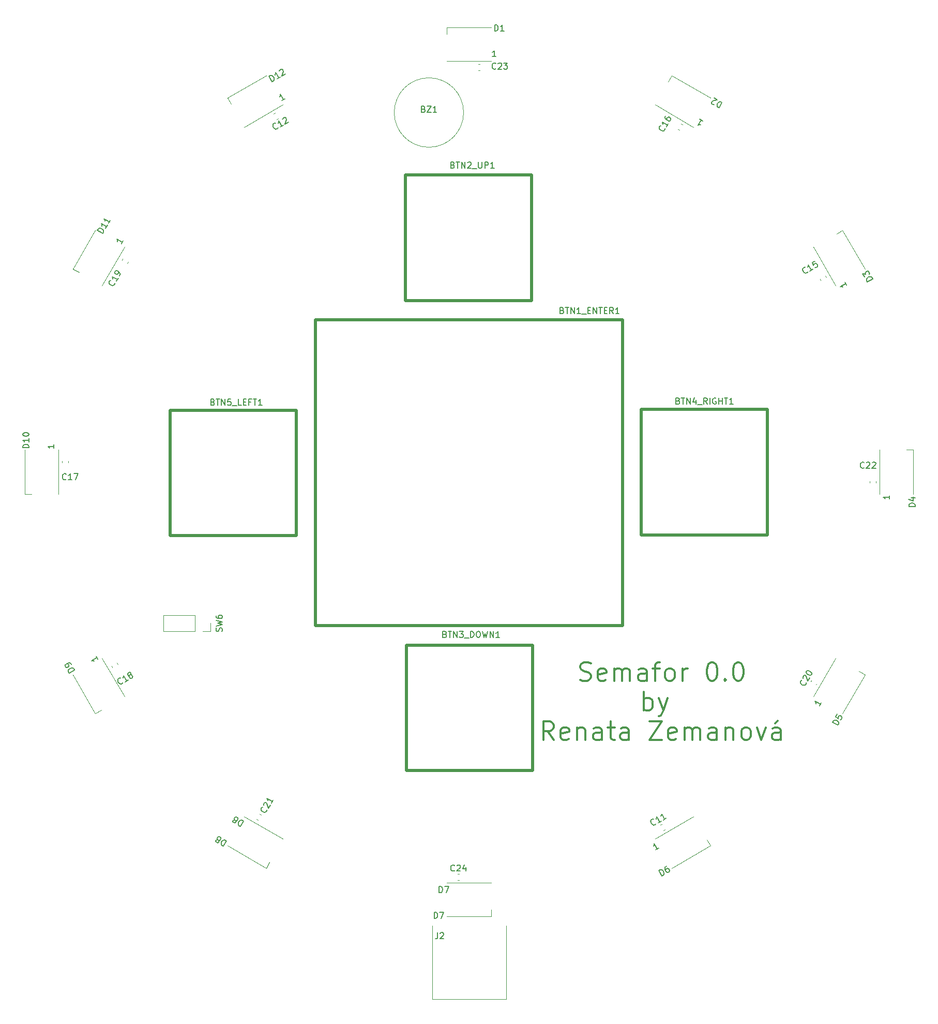
<source format=gto>
G04 #@! TF.GenerationSoftware,KiCad,Pcbnew,6.0.11-2627ca5db0~126~ubuntu20.04.1*
G04 #@! TF.CreationDate,2023-02-06T20:23:24+01:00*
G04 #@! TF.ProjectId,Semafor,53656d61-666f-4722-9e6b-696361645f70,rev?*
G04 #@! TF.SameCoordinates,Original*
G04 #@! TF.FileFunction,Legend,Top*
G04 #@! TF.FilePolarity,Positive*
%FSLAX46Y46*%
G04 Gerber Fmt 4.6, Leading zero omitted, Abs format (unit mm)*
G04 Created by KiCad (PCBNEW 6.0.11-2627ca5db0~126~ubuntu20.04.1) date 2023-02-06 20:23:24*
%MOMM*%
%LPD*%
G01*
G04 APERTURE LIST*
%ADD10C,0.500000*%
%ADD11C,0.300000*%
%ADD12C,0.150000*%
%ADD13C,0.120000*%
%ADD14C,0.050000*%
G04 APERTURE END LIST*
D10*
X-110300000Y71750000D02*
X-89600000Y71750000D01*
X-89600000Y71750000D02*
X-89600000Y51200000D01*
X-89600000Y51200000D02*
X-110300000Y51200000D01*
X-110300000Y51200000D02*
X-110300000Y71750000D01*
X-110450000Y148700000D02*
X-89750000Y148700000D01*
X-89750000Y148700000D02*
X-89750000Y128150000D01*
X-89750000Y128150000D02*
X-110450000Y128150000D01*
X-110450000Y128150000D02*
X-110450000Y148700000D01*
X-71850000Y110300000D02*
X-51150000Y110300000D01*
X-51150000Y110300000D02*
X-51150000Y89750000D01*
X-51150000Y89750000D02*
X-71850000Y89750000D01*
X-71850000Y89750000D02*
X-71850000Y110300000D01*
X-125212500Y125000000D02*
X-74912500Y125000000D01*
X-74912500Y125000000D02*
X-74912500Y74925000D01*
X-74912500Y74925000D02*
X-125212500Y74925000D01*
X-125212500Y74925000D02*
X-125212500Y125000000D01*
X-149000000Y110200000D02*
X-128300000Y110200000D01*
X-128300000Y110200000D02*
X-128300000Y89650000D01*
X-128300000Y89650000D02*
X-149000000Y89650000D01*
X-149000000Y89650000D02*
X-149000000Y110200000D01*
D11*
X-81807142Y66065714D02*
X-81378571Y65922857D01*
X-80664285Y65922857D01*
X-80378571Y66065714D01*
X-80235714Y66208571D01*
X-80092857Y66494285D01*
X-80092857Y66780000D01*
X-80235714Y67065714D01*
X-80378571Y67208571D01*
X-80664285Y67351428D01*
X-81235714Y67494285D01*
X-81521428Y67637142D01*
X-81664285Y67780000D01*
X-81807142Y68065714D01*
X-81807142Y68351428D01*
X-81664285Y68637142D01*
X-81521428Y68780000D01*
X-81235714Y68922857D01*
X-80521428Y68922857D01*
X-80092857Y68780000D01*
X-77664285Y66065714D02*
X-77950000Y65922857D01*
X-78521428Y65922857D01*
X-78807142Y66065714D01*
X-78950000Y66351428D01*
X-78950000Y67494285D01*
X-78807142Y67780000D01*
X-78521428Y67922857D01*
X-77950000Y67922857D01*
X-77664285Y67780000D01*
X-77521428Y67494285D01*
X-77521428Y67208571D01*
X-78950000Y66922857D01*
X-76235714Y65922857D02*
X-76235714Y67922857D01*
X-76235714Y67637142D02*
X-76092857Y67780000D01*
X-75807142Y67922857D01*
X-75378571Y67922857D01*
X-75092857Y67780000D01*
X-74950000Y67494285D01*
X-74950000Y65922857D01*
X-74950000Y67494285D02*
X-74807142Y67780000D01*
X-74521428Y67922857D01*
X-74092857Y67922857D01*
X-73807142Y67780000D01*
X-73664285Y67494285D01*
X-73664285Y65922857D01*
X-70950000Y65922857D02*
X-70950000Y67494285D01*
X-71092857Y67780000D01*
X-71378571Y67922857D01*
X-71950000Y67922857D01*
X-72235714Y67780000D01*
X-70950000Y66065714D02*
X-71235714Y65922857D01*
X-71950000Y65922857D01*
X-72235714Y66065714D01*
X-72378571Y66351428D01*
X-72378571Y66637142D01*
X-72235714Y66922857D01*
X-71950000Y67065714D01*
X-71235714Y67065714D01*
X-70950000Y67208571D01*
X-69950000Y67922857D02*
X-68807142Y67922857D01*
X-69521428Y65922857D02*
X-69521428Y68494285D01*
X-69378571Y68780000D01*
X-69092857Y68922857D01*
X-68807142Y68922857D01*
X-67378571Y65922857D02*
X-67664285Y66065714D01*
X-67807142Y66208571D01*
X-67950000Y66494285D01*
X-67950000Y67351428D01*
X-67807142Y67637142D01*
X-67664285Y67780000D01*
X-67378571Y67922857D01*
X-66950000Y67922857D01*
X-66664285Y67780000D01*
X-66521428Y67637142D01*
X-66378571Y67351428D01*
X-66378571Y66494285D01*
X-66521428Y66208571D01*
X-66664285Y66065714D01*
X-66950000Y65922857D01*
X-67378571Y65922857D01*
X-65092857Y65922857D02*
X-65092857Y67922857D01*
X-65092857Y67351428D02*
X-64950000Y67637142D01*
X-64807142Y67780000D01*
X-64521428Y67922857D01*
X-64235714Y67922857D01*
X-60378571Y68922857D02*
X-60092857Y68922857D01*
X-59807142Y68780000D01*
X-59664285Y68637142D01*
X-59521428Y68351428D01*
X-59378571Y67780000D01*
X-59378571Y67065714D01*
X-59521428Y66494285D01*
X-59664285Y66208571D01*
X-59807142Y66065714D01*
X-60092857Y65922857D01*
X-60378571Y65922857D01*
X-60664285Y66065714D01*
X-60807142Y66208571D01*
X-60950000Y66494285D01*
X-61092857Y67065714D01*
X-61092857Y67780000D01*
X-60950000Y68351428D01*
X-60807142Y68637142D01*
X-60664285Y68780000D01*
X-60378571Y68922857D01*
X-58092857Y66208571D02*
X-57950000Y66065714D01*
X-58092857Y65922857D01*
X-58235714Y66065714D01*
X-58092857Y66208571D01*
X-58092857Y65922857D01*
X-56092857Y68922857D02*
X-55807142Y68922857D01*
X-55521428Y68780000D01*
X-55378571Y68637142D01*
X-55235714Y68351428D01*
X-55092857Y67780000D01*
X-55092857Y67065714D01*
X-55235714Y66494285D01*
X-55378571Y66208571D01*
X-55521428Y66065714D01*
X-55807142Y65922857D01*
X-56092857Y65922857D01*
X-56378571Y66065714D01*
X-56521428Y66208571D01*
X-56664285Y66494285D01*
X-56807142Y67065714D01*
X-56807142Y67780000D01*
X-56664285Y68351428D01*
X-56521428Y68637142D01*
X-56378571Y68780000D01*
X-56092857Y68922857D01*
X-71378571Y61092857D02*
X-71378571Y64092857D01*
X-71378571Y62950000D02*
X-71092857Y63092857D01*
X-70521428Y63092857D01*
X-70235714Y62950000D01*
X-70092857Y62807142D01*
X-69950000Y62521428D01*
X-69950000Y61664285D01*
X-70092857Y61378571D01*
X-70235714Y61235714D01*
X-70521428Y61092857D01*
X-71092857Y61092857D01*
X-71378571Y61235714D01*
X-68950000Y63092857D02*
X-68235714Y61092857D01*
X-67521428Y63092857D02*
X-68235714Y61092857D01*
X-68521428Y60378571D01*
X-68664285Y60235714D01*
X-68950000Y60092857D01*
X-86164285Y56262857D02*
X-87164285Y57691428D01*
X-87878571Y56262857D02*
X-87878571Y59262857D01*
X-86735714Y59262857D01*
X-86450000Y59120000D01*
X-86307142Y58977142D01*
X-86164285Y58691428D01*
X-86164285Y58262857D01*
X-86307142Y57977142D01*
X-86450000Y57834285D01*
X-86735714Y57691428D01*
X-87878571Y57691428D01*
X-83735714Y56405714D02*
X-84021428Y56262857D01*
X-84592857Y56262857D01*
X-84878571Y56405714D01*
X-85021428Y56691428D01*
X-85021428Y57834285D01*
X-84878571Y58120000D01*
X-84592857Y58262857D01*
X-84021428Y58262857D01*
X-83735714Y58120000D01*
X-83592857Y57834285D01*
X-83592857Y57548571D01*
X-85021428Y57262857D01*
X-82307142Y58262857D02*
X-82307142Y56262857D01*
X-82307142Y57977142D02*
X-82164285Y58120000D01*
X-81878571Y58262857D01*
X-81450000Y58262857D01*
X-81164285Y58120000D01*
X-81021428Y57834285D01*
X-81021428Y56262857D01*
X-78307142Y56262857D02*
X-78307142Y57834285D01*
X-78450000Y58120000D01*
X-78735714Y58262857D01*
X-79307142Y58262857D01*
X-79592857Y58120000D01*
X-78307142Y56405714D02*
X-78592857Y56262857D01*
X-79307142Y56262857D01*
X-79592857Y56405714D01*
X-79735714Y56691428D01*
X-79735714Y56977142D01*
X-79592857Y57262857D01*
X-79307142Y57405714D01*
X-78592857Y57405714D01*
X-78307142Y57548571D01*
X-77307142Y58262857D02*
X-76164285Y58262857D01*
X-76878571Y59262857D02*
X-76878571Y56691428D01*
X-76735714Y56405714D01*
X-76450000Y56262857D01*
X-76164285Y56262857D01*
X-73878571Y56262857D02*
X-73878571Y57834285D01*
X-74021428Y58120000D01*
X-74307142Y58262857D01*
X-74878571Y58262857D01*
X-75164285Y58120000D01*
X-73878571Y56405714D02*
X-74164285Y56262857D01*
X-74878571Y56262857D01*
X-75164285Y56405714D01*
X-75307142Y56691428D01*
X-75307142Y56977142D01*
X-75164285Y57262857D01*
X-74878571Y57405714D01*
X-74164285Y57405714D01*
X-73878571Y57548571D01*
X-70450000Y59262857D02*
X-68450000Y59262857D01*
X-70450000Y56262857D01*
X-68450000Y56262857D01*
X-66164285Y56405714D02*
X-66450000Y56262857D01*
X-67021428Y56262857D01*
X-67307142Y56405714D01*
X-67450000Y56691428D01*
X-67450000Y57834285D01*
X-67307142Y58120000D01*
X-67021428Y58262857D01*
X-66450000Y58262857D01*
X-66164285Y58120000D01*
X-66021428Y57834285D01*
X-66021428Y57548571D01*
X-67450000Y57262857D01*
X-64735714Y56262857D02*
X-64735714Y58262857D01*
X-64735714Y57977142D02*
X-64592857Y58120000D01*
X-64307142Y58262857D01*
X-63878571Y58262857D01*
X-63592857Y58120000D01*
X-63450000Y57834285D01*
X-63450000Y56262857D01*
X-63450000Y57834285D02*
X-63307142Y58120000D01*
X-63021428Y58262857D01*
X-62592857Y58262857D01*
X-62307142Y58120000D01*
X-62164285Y57834285D01*
X-62164285Y56262857D01*
X-59450000Y56262857D02*
X-59450000Y57834285D01*
X-59592857Y58120000D01*
X-59878571Y58262857D01*
X-60450000Y58262857D01*
X-60735714Y58120000D01*
X-59450000Y56405714D02*
X-59735714Y56262857D01*
X-60450000Y56262857D01*
X-60735714Y56405714D01*
X-60878571Y56691428D01*
X-60878571Y56977142D01*
X-60735714Y57262857D01*
X-60450000Y57405714D01*
X-59735714Y57405714D01*
X-59450000Y57548571D01*
X-58021428Y58262857D02*
X-58021428Y56262857D01*
X-58021428Y57977142D02*
X-57878571Y58120000D01*
X-57592857Y58262857D01*
X-57164285Y58262857D01*
X-56878571Y58120000D01*
X-56735714Y57834285D01*
X-56735714Y56262857D01*
X-54878571Y56262857D02*
X-55164285Y56405714D01*
X-55307142Y56548571D01*
X-55450000Y56834285D01*
X-55450000Y57691428D01*
X-55307142Y57977142D01*
X-55164285Y58120000D01*
X-54878571Y58262857D01*
X-54450000Y58262857D01*
X-54164285Y58120000D01*
X-54021428Y57977142D01*
X-53878571Y57691428D01*
X-53878571Y56834285D01*
X-54021428Y56548571D01*
X-54164285Y56405714D01*
X-54450000Y56262857D01*
X-54878571Y56262857D01*
X-52878571Y58262857D02*
X-52164285Y56262857D01*
X-51450000Y58262857D01*
X-49021428Y56262857D02*
X-49021428Y57834285D01*
X-49164285Y58120000D01*
X-49450000Y58262857D01*
X-50021428Y58262857D01*
X-50307142Y58120000D01*
X-49021428Y56405714D02*
X-49307142Y56262857D01*
X-50021428Y56262857D01*
X-50307142Y56405714D01*
X-50450000Y56691428D01*
X-50450000Y56977142D01*
X-50307142Y57262857D01*
X-50021428Y57405714D01*
X-49307142Y57405714D01*
X-49021428Y57548571D01*
X-49450000Y59405714D02*
X-49878571Y58977142D01*
D12*
G04 #@! TO.C,BTN3_DOWN1*
X-103985714Y73521428D02*
X-103842857Y73473809D01*
X-103795238Y73426190D01*
X-103747619Y73330952D01*
X-103747619Y73188095D01*
X-103795238Y73092857D01*
X-103842857Y73045238D01*
X-103938095Y72997619D01*
X-104319047Y72997619D01*
X-104319047Y73997619D01*
X-103985714Y73997619D01*
X-103890476Y73950000D01*
X-103842857Y73902380D01*
X-103795238Y73807142D01*
X-103795238Y73711904D01*
X-103842857Y73616666D01*
X-103890476Y73569047D01*
X-103985714Y73521428D01*
X-104319047Y73521428D01*
X-103461904Y73997619D02*
X-102890476Y73997619D01*
X-103176190Y72997619D02*
X-103176190Y73997619D01*
X-102557142Y72997619D02*
X-102557142Y73997619D01*
X-101985714Y72997619D01*
X-101985714Y73997619D01*
X-101604761Y73997619D02*
X-100985714Y73997619D01*
X-101319047Y73616666D01*
X-101176190Y73616666D01*
X-101080952Y73569047D01*
X-101033333Y73521428D01*
X-100985714Y73426190D01*
X-100985714Y73188095D01*
X-101033333Y73092857D01*
X-101080952Y73045238D01*
X-101176190Y72997619D01*
X-101461904Y72997619D01*
X-101557142Y73045238D01*
X-101604761Y73092857D01*
X-100795238Y72902380D02*
X-100033333Y72902380D01*
X-99795238Y72997619D02*
X-99795238Y73997619D01*
X-99557142Y73997619D01*
X-99414285Y73950000D01*
X-99319047Y73854761D01*
X-99271428Y73759523D01*
X-99223809Y73569047D01*
X-99223809Y73426190D01*
X-99271428Y73235714D01*
X-99319047Y73140476D01*
X-99414285Y73045238D01*
X-99557142Y72997619D01*
X-99795238Y72997619D01*
X-98604761Y73997619D02*
X-98414285Y73997619D01*
X-98319047Y73950000D01*
X-98223809Y73854761D01*
X-98176190Y73664285D01*
X-98176190Y73330952D01*
X-98223809Y73140476D01*
X-98319047Y73045238D01*
X-98414285Y72997619D01*
X-98604761Y72997619D01*
X-98700000Y73045238D01*
X-98795238Y73140476D01*
X-98842857Y73330952D01*
X-98842857Y73664285D01*
X-98795238Y73854761D01*
X-98700000Y73950000D01*
X-98604761Y73997619D01*
X-97842857Y73997619D02*
X-97604761Y72997619D01*
X-97414285Y73711904D01*
X-97223809Y72997619D01*
X-96985714Y73997619D01*
X-96604761Y72997619D02*
X-96604761Y73997619D01*
X-96033333Y72997619D01*
X-96033333Y73997619D01*
X-95033333Y72997619D02*
X-95604761Y72997619D01*
X-95319047Y72997619D02*
X-95319047Y73997619D01*
X-95414285Y73854761D01*
X-95509523Y73759523D01*
X-95604761Y73711904D01*
G04 #@! TO.C,D5*
X-39628828Y58647776D02*
X-40494853Y59147776D01*
X-40375806Y59353972D01*
X-40263138Y59453881D01*
X-40133040Y59488740D01*
X-40026752Y59482361D01*
X-39837985Y59428362D01*
X-39714267Y59356933D01*
X-39573119Y59220456D01*
X-39514450Y59131597D01*
X-39479591Y59001500D01*
X-39509780Y58853972D01*
X-39628828Y58647776D01*
X-39756758Y60426194D02*
X-39994853Y60013801D01*
X-39606270Y59734467D01*
X-39623699Y59799515D01*
X-39617320Y59905804D01*
X-39498272Y60112000D01*
X-39409414Y60170669D01*
X-39344365Y60188099D01*
X-39238077Y60181719D01*
X-39031880Y60062672D01*
X-38973211Y59973813D01*
X-38955781Y59908764D01*
X-38962161Y59802476D01*
X-39081209Y59596280D01*
X-39170067Y59537611D01*
X-39235116Y59520181D01*
X-42354231Y62327243D02*
X-42639945Y61832371D01*
X-42497088Y62079807D02*
X-43363114Y62579807D01*
X-43287015Y62425900D01*
X-43252155Y62295802D01*
X-43258535Y62189514D01*
G04 #@! TO.C,SW6*
X-140500238Y73991666D02*
X-140452619Y74134523D01*
X-140452619Y74372619D01*
X-140500238Y74467857D01*
X-140547857Y74515476D01*
X-140643095Y74563095D01*
X-140738333Y74563095D01*
X-140833571Y74515476D01*
X-140881190Y74467857D01*
X-140928809Y74372619D01*
X-140976428Y74182142D01*
X-141024047Y74086904D01*
X-141071666Y74039285D01*
X-141166904Y73991666D01*
X-141262142Y73991666D01*
X-141357380Y74039285D01*
X-141405000Y74086904D01*
X-141452619Y74182142D01*
X-141452619Y74420238D01*
X-141405000Y74563095D01*
X-141452619Y74896428D02*
X-140452619Y75134523D01*
X-141166904Y75325000D01*
X-140452619Y75515476D01*
X-141452619Y75753571D01*
X-141452619Y76563095D02*
X-141452619Y76372619D01*
X-141405000Y76277380D01*
X-141357380Y76229761D01*
X-141214523Y76134523D01*
X-141024047Y76086904D01*
X-140643095Y76086904D01*
X-140547857Y76134523D01*
X-140500238Y76182142D01*
X-140452619Y76277380D01*
X-140452619Y76467857D01*
X-140500238Y76563095D01*
X-140547857Y76610714D01*
X-140643095Y76658333D01*
X-140881190Y76658333D01*
X-140976428Y76610714D01*
X-141024047Y76563095D01*
X-141071666Y76467857D01*
X-141071666Y76277380D01*
X-141024047Y76182142D01*
X-140976428Y76134523D01*
X-140881190Y76086904D01*
G04 #@! TO.C,BZ1*
X-107480952Y159466428D02*
X-107338095Y159418809D01*
X-107290476Y159371190D01*
X-107242857Y159275952D01*
X-107242857Y159133095D01*
X-107290476Y159037857D01*
X-107338095Y158990238D01*
X-107433333Y158942619D01*
X-107814285Y158942619D01*
X-107814285Y159942619D01*
X-107480952Y159942619D01*
X-107385714Y159895000D01*
X-107338095Y159847380D01*
X-107290476Y159752142D01*
X-107290476Y159656904D01*
X-107338095Y159561666D01*
X-107385714Y159514047D01*
X-107480952Y159466428D01*
X-107814285Y159466428D01*
X-106909523Y159942619D02*
X-106242857Y159942619D01*
X-106909523Y158942619D01*
X-106242857Y158942619D01*
X-105338095Y158942619D02*
X-105909523Y158942619D01*
X-105623809Y158942619D02*
X-105623809Y159942619D01*
X-105719047Y159799761D01*
X-105814285Y159704523D01*
X-105909523Y159656904D01*
G04 #@! TO.C,D4*
X-26997619Y94411905D02*
X-27997619Y94411905D01*
X-27997619Y94650001D01*
X-27950000Y94792858D01*
X-27854761Y94888096D01*
X-27759523Y94935715D01*
X-27569047Y94983334D01*
X-27426190Y94983334D01*
X-27235714Y94935715D01*
X-27140476Y94888096D01*
X-27045238Y94792858D01*
X-26997619Y94650001D01*
X-26997619Y94411905D01*
X-27664285Y95840477D02*
X-26997619Y95840477D01*
X-28045238Y95602381D02*
X-27330952Y95364286D01*
X-27330952Y95983334D01*
X-31197621Y96235716D02*
X-31197621Y95664287D01*
X-31197621Y95950002D02*
X-32197621Y95950002D01*
X-32054763Y95854763D01*
X-31959525Y95759525D01*
X-31911906Y95664287D01*
G04 #@! TO.C,D10*
X-172097619Y104035714D02*
X-173097619Y104035714D01*
X-173097619Y104273809D01*
X-173050000Y104416666D01*
X-172954761Y104511904D01*
X-172859523Y104559523D01*
X-172669047Y104607142D01*
X-172526190Y104607142D01*
X-172335714Y104559523D01*
X-172240476Y104511904D01*
X-172145238Y104416666D01*
X-172097619Y104273809D01*
X-172097619Y104035714D01*
X-172097619Y105559523D02*
X-172097619Y104988095D01*
X-172097619Y105273809D02*
X-173097619Y105273809D01*
X-172954761Y105178571D01*
X-172859523Y105083333D01*
X-172811904Y104988095D01*
X-173097619Y106178571D02*
X-173097619Y106273809D01*
X-173050000Y106369047D01*
X-173002380Y106416666D01*
X-172907142Y106464285D01*
X-172716666Y106511904D01*
X-172478571Y106511904D01*
X-172288095Y106464285D01*
X-172192857Y106416666D01*
X-172145238Y106369047D01*
X-172097619Y106273809D01*
X-172097619Y106178571D01*
X-172145238Y106083333D01*
X-172192857Y106035714D01*
X-172288095Y105988095D01*
X-172478571Y105940476D01*
X-172716666Y105940476D01*
X-172907142Y105988095D01*
X-173002380Y106035714D01*
X-173050000Y106083333D01*
X-173097619Y106178571D01*
X-167997617Y104535713D02*
X-167997617Y103964284D01*
X-167997617Y104249999D02*
X-168997617Y104249999D01*
X-168854759Y104154760D01*
X-168759521Y104059522D01*
X-168711902Y103964284D01*
G04 #@! TO.C,J2*
X-105183333Y24697619D02*
X-105183333Y23983333D01*
X-105230952Y23840476D01*
X-105326190Y23745238D01*
X-105469047Y23697619D01*
X-105564285Y23697619D01*
X-104754761Y24602380D02*
X-104707142Y24650000D01*
X-104611904Y24697619D01*
X-104373809Y24697619D01*
X-104278571Y24650000D01*
X-104230952Y24602380D01*
X-104183333Y24507142D01*
X-104183333Y24411904D01*
X-104230952Y24269047D01*
X-104802380Y23697619D01*
X-104183333Y23697619D01*
G04 #@! TO.C,C24*
X-102392857Y34872857D02*
X-102440476Y34825238D01*
X-102583333Y34777619D01*
X-102678571Y34777619D01*
X-102821428Y34825238D01*
X-102916666Y34920476D01*
X-102964285Y35015714D01*
X-103011904Y35206190D01*
X-103011904Y35349047D01*
X-102964285Y35539523D01*
X-102916666Y35634761D01*
X-102821428Y35730000D01*
X-102678571Y35777619D01*
X-102583333Y35777619D01*
X-102440476Y35730000D01*
X-102392857Y35682380D01*
X-102011904Y35682380D02*
X-101964285Y35730000D01*
X-101869047Y35777619D01*
X-101630952Y35777619D01*
X-101535714Y35730000D01*
X-101488095Y35682380D01*
X-101440476Y35587142D01*
X-101440476Y35491904D01*
X-101488095Y35349047D01*
X-102059523Y34777619D01*
X-101440476Y34777619D01*
X-100583333Y35444285D02*
X-100583333Y34777619D01*
X-100821428Y35825238D02*
X-101059523Y35110952D01*
X-100440476Y35110952D01*
G04 #@! TO.C,C20*
X-44838049Y65608527D02*
X-44820620Y65543479D01*
X-44850809Y65395951D01*
X-44898428Y65313473D01*
X-45011096Y65213564D01*
X-45141193Y65178705D01*
X-45247481Y65185084D01*
X-45436248Y65239083D01*
X-45559966Y65310512D01*
X-45701114Y65446989D01*
X-45759783Y65535847D01*
X-45794642Y65665945D01*
X-45764453Y65813473D01*
X-45716834Y65895951D01*
X-45604166Y65995860D01*
X-45539117Y66013289D01*
X-45348641Y66343204D02*
X-45366071Y66408253D01*
X-45359691Y66514541D01*
X-45240644Y66720737D01*
X-45151785Y66779406D01*
X-45086737Y66796836D01*
X-44980448Y66790456D01*
X-44897970Y66742837D01*
X-44798061Y66630169D01*
X-44588904Y65849584D01*
X-44279380Y66385695D01*
X-44835882Y67421805D02*
X-44788263Y67504284D01*
X-44699404Y67562953D01*
X-44634356Y67580383D01*
X-44528067Y67574003D01*
X-44339301Y67520004D01*
X-44133104Y67400957D01*
X-43991956Y67264479D01*
X-43933287Y67175621D01*
X-43915858Y67110572D01*
X-43922237Y67004284D01*
X-43969856Y66921805D01*
X-44058715Y66863136D01*
X-44123764Y66845707D01*
X-44230052Y66852086D01*
X-44418818Y66906085D01*
X-44625015Y67025133D01*
X-44766163Y67161610D01*
X-44824832Y67250469D01*
X-44842262Y67315517D01*
X-44835882Y67421805D01*
G04 #@! TO.C,C21*
X-133140963Y44827197D02*
X-133123534Y44762149D01*
X-133153723Y44614621D01*
X-133201342Y44532143D01*
X-133314010Y44432234D01*
X-133444107Y44397375D01*
X-133550395Y44403754D01*
X-133739162Y44457753D01*
X-133862880Y44529182D01*
X-134004028Y44665659D01*
X-134062697Y44754517D01*
X-134097556Y44884615D01*
X-134067367Y45032143D01*
X-134019748Y45114621D01*
X-133907080Y45214530D01*
X-133842031Y45231959D01*
X-133651555Y45561874D02*
X-133668985Y45626923D01*
X-133662605Y45733211D01*
X-133543558Y45939407D01*
X-133454699Y45998076D01*
X-133389651Y46015506D01*
X-133283362Y46009126D01*
X-133200884Y45961507D01*
X-133100975Y45848839D01*
X-132891818Y45068254D01*
X-132582294Y45604365D01*
X-132106104Y46429151D02*
X-132391818Y45934279D01*
X-132248961Y46181715D02*
X-133114986Y46681715D01*
X-133038887Y46527808D01*
X-133004028Y46397710D01*
X-133010408Y46291422D01*
G04 #@! TO.C,C17*
X-165992857Y98892857D02*
X-166040476Y98845238D01*
X-166183333Y98797619D01*
X-166278571Y98797619D01*
X-166421428Y98845238D01*
X-166516666Y98940476D01*
X-166564285Y99035714D01*
X-166611904Y99226190D01*
X-166611904Y99369047D01*
X-166564285Y99559523D01*
X-166516666Y99654761D01*
X-166421428Y99750000D01*
X-166278571Y99797619D01*
X-166183333Y99797619D01*
X-166040476Y99750000D01*
X-165992857Y99702380D01*
X-165040476Y98797619D02*
X-165611904Y98797619D01*
X-165326190Y98797619D02*
X-165326190Y99797619D01*
X-165421428Y99654761D01*
X-165516666Y99559523D01*
X-165611904Y99511904D01*
X-164707142Y99797619D02*
X-164040476Y99797619D01*
X-164469047Y98797619D01*
G04 #@! TO.C,D7*
X-105738095Y27047619D02*
X-105738095Y28047619D01*
X-105500000Y28047619D01*
X-105357142Y28000000D01*
X-105261904Y27904761D01*
X-105214285Y27809523D01*
X-105166666Y27619047D01*
X-105166666Y27476190D01*
X-105214285Y27285714D01*
X-105261904Y27190476D01*
X-105357142Y27095238D01*
X-105500000Y27047619D01*
X-105738095Y27047619D01*
X-104833333Y28047619D02*
X-104166666Y28047619D01*
X-104595238Y27047619D01*
X-104938094Y31247621D02*
X-104938094Y32247621D01*
X-104699999Y32247621D01*
X-104557141Y32200002D01*
X-104461903Y32104763D01*
X-104414284Y32009525D01*
X-104366665Y31819049D01*
X-104366665Y31676192D01*
X-104414284Y31485716D01*
X-104461903Y31390478D01*
X-104557141Y31295240D01*
X-104699999Y31247621D01*
X-104938094Y31247621D01*
X-104033332Y32247621D02*
X-103366665Y32247621D01*
X-103795237Y31247621D01*
G04 #@! TO.C,C18*
X-156715659Y65640447D02*
X-156733088Y65575398D01*
X-156832997Y65462730D01*
X-156915475Y65415111D01*
X-157063003Y65384922D01*
X-157193101Y65419782D01*
X-157281959Y65478451D01*
X-157418436Y65619598D01*
X-157489865Y65743316D01*
X-157543864Y65932083D01*
X-157550243Y66038371D01*
X-157515384Y66168469D01*
X-157415475Y66281137D01*
X-157332997Y66328756D01*
X-157185469Y66358945D01*
X-157120421Y66341515D01*
X-155843254Y66034159D02*
X-156338125Y65748445D01*
X-156090689Y65891302D02*
X-156590689Y66757327D01*
X-156601739Y66585990D01*
X-156636599Y66455893D01*
X-156695268Y66367034D01*
X-155634096Y66814745D02*
X-155740384Y66808365D01*
X-155805433Y66825795D01*
X-155894291Y66884464D01*
X-155918101Y66925703D01*
X-155924481Y67031992D01*
X-155907051Y67097040D01*
X-155848382Y67185899D01*
X-155683425Y67281137D01*
X-155577137Y67287517D01*
X-155512088Y67270087D01*
X-155423229Y67211418D01*
X-155399420Y67170178D01*
X-155393040Y67063890D01*
X-155410470Y66998841D01*
X-155469139Y66909983D01*
X-155634096Y66814745D01*
X-155692765Y66725887D01*
X-155710195Y66660838D01*
X-155703815Y66554550D01*
X-155608577Y66389592D01*
X-155519719Y66330923D01*
X-155454670Y66313494D01*
X-155348382Y66319873D01*
X-155183425Y66415111D01*
X-155124756Y66503970D01*
X-155107326Y66569019D01*
X-155113706Y66675307D01*
X-155208944Y66840264D01*
X-155297802Y66898933D01*
X-155362851Y66916363D01*
X-155469139Y66909983D01*
G04 #@! TO.C,C11*
X-69443159Y42557692D02*
X-69460588Y42492643D01*
X-69560497Y42379975D01*
X-69642975Y42332356D01*
X-69790503Y42302167D01*
X-69920601Y42337027D01*
X-70009459Y42395696D01*
X-70145936Y42536843D01*
X-70217365Y42660561D01*
X-70271364Y42849328D01*
X-70277743Y42955616D01*
X-70242884Y43085714D01*
X-70142975Y43198382D01*
X-70060497Y43246001D01*
X-69912969Y43276190D01*
X-69847921Y43258760D01*
X-68570754Y42951404D02*
X-69065625Y42665690D01*
X-68818189Y42808547D02*
X-69318189Y43674572D01*
X-69329239Y43503235D01*
X-69364099Y43373138D01*
X-69422768Y43284279D01*
X-67745967Y43427594D02*
X-68240839Y43141880D01*
X-67993403Y43284737D02*
X-68493403Y44150763D01*
X-68504453Y43979426D01*
X-68539313Y43849328D01*
X-68597982Y43760470D01*
G04 #@! TO.C,BTN1_ENTER1*
X-84776190Y126521428D02*
X-84633333Y126473809D01*
X-84585714Y126426190D01*
X-84538095Y126330952D01*
X-84538095Y126188095D01*
X-84585714Y126092857D01*
X-84633333Y126045238D01*
X-84728571Y125997619D01*
X-85109523Y125997619D01*
X-85109523Y126997619D01*
X-84776190Y126997619D01*
X-84680952Y126950000D01*
X-84633333Y126902380D01*
X-84585714Y126807142D01*
X-84585714Y126711904D01*
X-84633333Y126616666D01*
X-84680952Y126569047D01*
X-84776190Y126521428D01*
X-85109523Y126521428D01*
X-84252380Y126997619D02*
X-83680952Y126997619D01*
X-83966666Y125997619D02*
X-83966666Y126997619D01*
X-83347619Y125997619D02*
X-83347619Y126997619D01*
X-82776190Y125997619D01*
X-82776190Y126997619D01*
X-81776190Y125997619D02*
X-82347619Y125997619D01*
X-82061904Y125997619D02*
X-82061904Y126997619D01*
X-82157142Y126854761D01*
X-82252380Y126759523D01*
X-82347619Y126711904D01*
X-81585714Y125902380D02*
X-80823809Y125902380D01*
X-80585714Y126521428D02*
X-80252380Y126521428D01*
X-80109523Y125997619D02*
X-80585714Y125997619D01*
X-80585714Y126997619D01*
X-80109523Y126997619D01*
X-79680952Y125997619D02*
X-79680952Y126997619D01*
X-79109523Y125997619D01*
X-79109523Y126997619D01*
X-78776190Y126997619D02*
X-78204761Y126997619D01*
X-78490476Y125997619D02*
X-78490476Y126997619D01*
X-77871428Y126521428D02*
X-77538095Y126521428D01*
X-77395238Y125997619D02*
X-77871428Y125997619D01*
X-77871428Y126997619D01*
X-77395238Y126997619D01*
X-76395238Y125997619D02*
X-76728571Y126473809D01*
X-76966666Y125997619D02*
X-76966666Y126997619D01*
X-76585714Y126997619D01*
X-76490476Y126950000D01*
X-76442857Y126902380D01*
X-76395238Y126807142D01*
X-76395238Y126664285D01*
X-76442857Y126569047D01*
X-76490476Y126521428D01*
X-76585714Y126473809D01*
X-76966666Y126473809D01*
X-75442857Y125997619D02*
X-76014285Y125997619D01*
X-75728571Y125997619D02*
X-75728571Y126997619D01*
X-75823809Y126854761D01*
X-75919047Y126759523D01*
X-76014285Y126711904D01*
G04 #@! TO.C,D1*
X-95838095Y172247619D02*
X-95838095Y173247619D01*
X-95600000Y173247619D01*
X-95457142Y173200000D01*
X-95361904Y173104761D01*
X-95314285Y173009523D01*
X-95266666Y172819047D01*
X-95266666Y172676190D01*
X-95314285Y172485714D01*
X-95361904Y172390476D01*
X-95457142Y172295238D01*
X-95600000Y172247619D01*
X-95838095Y172247619D01*
X-94314285Y172247619D02*
X-94885714Y172247619D01*
X-94600000Y172247619D02*
X-94600000Y173247619D01*
X-94695238Y173104761D01*
X-94790476Y173009523D01*
X-94885714Y172961904D01*
X-95614286Y168047617D02*
X-96185715Y168047617D01*
X-95900001Y168047617D02*
X-95900001Y169047617D01*
X-95995239Y168904759D01*
X-96090477Y168809521D01*
X-96185715Y168761902D01*
G04 #@! TO.C,D3*
X-33940732Y131700155D02*
X-34806758Y131200155D01*
X-34925806Y131406351D01*
X-34955995Y131553879D01*
X-34921135Y131683976D01*
X-34862466Y131772835D01*
X-34721318Y131909312D01*
X-34597601Y131980741D01*
X-34408834Y132034739D01*
X-34302546Y132041119D01*
X-34172448Y132006260D01*
X-34059780Y131906351D01*
X-33940732Y131700155D01*
X-35259139Y131983702D02*
X-35568663Y132519813D01*
X-35072082Y132421614D01*
X-35143510Y132545331D01*
X-35149890Y132651620D01*
X-35132460Y132716668D01*
X-35073791Y132805527D01*
X-34867594Y132924574D01*
X-34761306Y132930954D01*
X-34696258Y132913524D01*
X-34607399Y132854855D01*
X-34464542Y132607419D01*
X-34458162Y132501131D01*
X-34475592Y132436082D01*
X-38489946Y131179620D02*
X-38204232Y130684748D01*
X-38347089Y130932184D02*
X-39213115Y130432184D01*
X-39041778Y130421134D01*
X-38911680Y130386274D01*
X-38822822Y130327605D01*
G04 #@! TO.C,D9*
X-164637622Y67673807D02*
X-165503648Y67173807D01*
X-165622696Y67380003D01*
X-165652885Y67527531D01*
X-165618025Y67657628D01*
X-165559356Y67746487D01*
X-165418208Y67882964D01*
X-165294491Y67954393D01*
X-165105724Y68008391D01*
X-164999436Y68014771D01*
X-164869338Y67979912D01*
X-164756670Y67880003D01*
X-164637622Y67673807D01*
X-165161432Y68581071D02*
X-165256670Y68746029D01*
X-165345528Y68804698D01*
X-165410577Y68822128D01*
X-165581914Y68833178D01*
X-165770681Y68779179D01*
X-166100595Y68588703D01*
X-166159265Y68499844D01*
X-166176694Y68434795D01*
X-166170315Y68328507D01*
X-166075076Y68163550D01*
X-165986218Y68104881D01*
X-165921169Y68087451D01*
X-165814881Y68093831D01*
X-165608685Y68212879D01*
X-165550016Y68301737D01*
X-165532586Y68366786D01*
X-165538965Y68473074D01*
X-165634204Y68638031D01*
X-165723062Y68696700D01*
X-165788111Y68714130D01*
X-165894399Y68707750D01*
X-161112218Y69967632D02*
X-160826504Y69472760D01*
X-160969361Y69720196D02*
X-161835387Y69220196D01*
X-161664050Y69209146D01*
X-161533952Y69174286D01*
X-161445094Y69115617D01*
G04 #@! TO.C,D6*
X-68449843Y33990734D02*
X-68949843Y34856760D01*
X-68743647Y34975808D01*
X-68596119Y35005997D01*
X-68466022Y34971137D01*
X-68377163Y34912468D01*
X-68240686Y34771320D01*
X-68169257Y34647603D01*
X-68115259Y34458836D01*
X-68108879Y34352548D01*
X-68143738Y34222450D01*
X-68243647Y34109782D01*
X-68449843Y33990734D01*
X-67712664Y35571046D02*
X-67877621Y35475808D01*
X-67936290Y35386949D01*
X-67953720Y35321900D01*
X-67964770Y35150563D01*
X-67910771Y34961797D01*
X-67720295Y34631882D01*
X-67631437Y34573213D01*
X-67566388Y34555783D01*
X-67460100Y34562163D01*
X-67295143Y34657401D01*
X-67236474Y34746260D01*
X-67219044Y34811308D01*
X-67225424Y34917596D01*
X-67344471Y35123793D01*
X-67433330Y35182462D01*
X-67498378Y35199892D01*
X-67604667Y35193512D01*
X-67769624Y35098274D01*
X-67828293Y35009416D01*
X-67845723Y34944367D01*
X-67839343Y34838079D01*
X-68970378Y38539948D02*
X-69465250Y38254234D01*
X-69217814Y38397091D02*
X-69717814Y39263117D01*
X-69728864Y39091780D01*
X-69763724Y38961682D01*
X-69822393Y38872824D01*
G04 #@! TO.C,C16*
X-67962133Y156314698D02*
X-67944704Y156249650D01*
X-67974893Y156102122D01*
X-68022512Y156019644D01*
X-68135180Y155919735D01*
X-68265277Y155884876D01*
X-68371565Y155891255D01*
X-68560332Y155945254D01*
X-68684050Y156016683D01*
X-68825198Y156153160D01*
X-68883867Y156242018D01*
X-68918726Y156372116D01*
X-68888537Y156519644D01*
X-68840918Y156602122D01*
X-68728250Y156702031D01*
X-68663201Y156719460D01*
X-67403464Y157091866D02*
X-67689178Y156596994D01*
X-67546321Y156844430D02*
X-68412347Y157344430D01*
X-68336248Y157190522D01*
X-68301388Y157060425D01*
X-68307768Y156954137D01*
X-67840918Y158334173D02*
X-67936156Y158169216D01*
X-67942536Y158062928D01*
X-67925106Y157997879D01*
X-67849007Y157843972D01*
X-67707860Y157707494D01*
X-67377945Y157517018D01*
X-67271657Y157510638D01*
X-67206608Y157528068D01*
X-67117750Y157586737D01*
X-67022512Y157751694D01*
X-67016132Y157857983D01*
X-67033562Y157923031D01*
X-67092231Y158011890D01*
X-67298427Y158130937D01*
X-67404716Y158137317D01*
X-67469764Y158119887D01*
X-67558623Y158061218D01*
X-67653861Y157896261D01*
X-67660241Y157789973D01*
X-67642811Y157724924D01*
X-67584142Y157636066D01*
G04 #@! TO.C,C22*
X-35342857Y100792857D02*
X-35390476Y100745238D01*
X-35533333Y100697619D01*
X-35628571Y100697619D01*
X-35771428Y100745238D01*
X-35866666Y100840476D01*
X-35914285Y100935714D01*
X-35961904Y101126190D01*
X-35961904Y101269047D01*
X-35914285Y101459523D01*
X-35866666Y101554761D01*
X-35771428Y101650000D01*
X-35628571Y101697619D01*
X-35533333Y101697619D01*
X-35390476Y101650000D01*
X-35342857Y101602380D01*
X-34961904Y101602380D02*
X-34914285Y101650000D01*
X-34819047Y101697619D01*
X-34580952Y101697619D01*
X-34485714Y101650000D01*
X-34438095Y101602380D01*
X-34390476Y101507142D01*
X-34390476Y101411904D01*
X-34438095Y101269047D01*
X-35009523Y100697619D01*
X-34390476Y100697619D01*
X-34009523Y101602380D02*
X-33961904Y101650000D01*
X-33866666Y101697619D01*
X-33628571Y101697619D01*
X-33533333Y101650000D01*
X-33485714Y101602380D01*
X-33438095Y101507142D01*
X-33438095Y101411904D01*
X-33485714Y101269047D01*
X-34057142Y100697619D01*
X-33438095Y100697619D01*
G04 #@! TO.C,C23*
X-95642857Y166092857D02*
X-95690476Y166045238D01*
X-95833333Y165997619D01*
X-95928571Y165997619D01*
X-96071428Y166045238D01*
X-96166666Y166140476D01*
X-96214285Y166235714D01*
X-96261904Y166426190D01*
X-96261904Y166569047D01*
X-96214285Y166759523D01*
X-96166666Y166854761D01*
X-96071428Y166950000D01*
X-95928571Y166997619D01*
X-95833333Y166997619D01*
X-95690476Y166950000D01*
X-95642857Y166902380D01*
X-95261904Y166902380D02*
X-95214285Y166950000D01*
X-95119047Y166997619D01*
X-94880952Y166997619D01*
X-94785714Y166950000D01*
X-94738095Y166902380D01*
X-94690476Y166807142D01*
X-94690476Y166711904D01*
X-94738095Y166569047D01*
X-95309523Y165997619D01*
X-94690476Y165997619D01*
X-94357142Y166997619D02*
X-93738095Y166997619D01*
X-94071428Y166616666D01*
X-93928571Y166616666D01*
X-93833333Y166569047D01*
X-93785714Y166521428D01*
X-93738095Y166426190D01*
X-93738095Y166188095D01*
X-93785714Y166092857D01*
X-93833333Y166045238D01*
X-93928571Y165997619D01*
X-94214285Y165997619D01*
X-94309523Y166045238D01*
X-94357142Y166092857D01*
G04 #@! TO.C,D11*
X-160015369Y139122207D02*
X-160881394Y139622207D01*
X-160762347Y139828403D01*
X-160649679Y139928312D01*
X-160519581Y139963171D01*
X-160413293Y139956791D01*
X-160224526Y139902793D01*
X-160100808Y139831364D01*
X-159959661Y139694887D01*
X-159900992Y139606028D01*
X-159866132Y139475931D01*
X-159896321Y139328403D01*
X-160015369Y139122207D01*
X-159253464Y140441865D02*
X-159539178Y139946993D01*
X-159396321Y140194429D02*
X-160262347Y140694429D01*
X-160186248Y140540521D01*
X-160151388Y140410424D01*
X-160157768Y140304136D01*
X-158777274Y141266651D02*
X-159062988Y140771779D01*
X-158920131Y141019215D02*
X-159786156Y141519215D01*
X-159710057Y141365308D01*
X-159675198Y141235210D01*
X-159681578Y141128922D01*
X-156676505Y137915249D02*
X-156962219Y137420377D01*
X-156819362Y137667813D02*
X-157685388Y138167813D01*
X-157609289Y138013906D01*
X-157574429Y137883808D01*
X-157580809Y137777520D01*
G04 #@! TO.C,D2*
X-58597774Y160521169D02*
X-59097774Y159655144D01*
X-59303970Y159774191D01*
X-59403879Y159886859D01*
X-59438738Y160016957D01*
X-59432359Y160123245D01*
X-59378360Y160312012D01*
X-59306931Y160435730D01*
X-59170454Y160576878D01*
X-59081595Y160635547D01*
X-58951498Y160670406D01*
X-58803970Y160640217D01*
X-58597774Y160521169D01*
X-59874941Y160213813D02*
X-59939990Y160196383D01*
X-60046278Y160202763D01*
X-60252474Y160321811D01*
X-60311143Y160410669D01*
X-60328573Y160475718D01*
X-60322193Y160582006D01*
X-60274574Y160664484D01*
X-60161907Y160764393D01*
X-59381321Y160973550D01*
X-59917432Y161283074D01*
X-62277241Y157795766D02*
X-61782369Y157510052D01*
X-62029805Y157652909D02*
X-62529805Y156786883D01*
X-62375898Y156862982D01*
X-62245800Y156897842D01*
X-62139512Y156891462D01*
G04 #@! TO.C,BTN5_LEFT1*
X-141983333Y111521428D02*
X-141840476Y111473809D01*
X-141792857Y111426190D01*
X-141745238Y111330952D01*
X-141745238Y111188095D01*
X-141792857Y111092857D01*
X-141840476Y111045238D01*
X-141935714Y110997619D01*
X-142316666Y110997619D01*
X-142316666Y111997619D01*
X-141983333Y111997619D01*
X-141888095Y111950000D01*
X-141840476Y111902380D01*
X-141792857Y111807142D01*
X-141792857Y111711904D01*
X-141840476Y111616666D01*
X-141888095Y111569047D01*
X-141983333Y111521428D01*
X-142316666Y111521428D01*
X-141459523Y111997619D02*
X-140888095Y111997619D01*
X-141173809Y110997619D02*
X-141173809Y111997619D01*
X-140554761Y110997619D02*
X-140554761Y111997619D01*
X-139983333Y110997619D01*
X-139983333Y111997619D01*
X-139030952Y111997619D02*
X-139507142Y111997619D01*
X-139554761Y111521428D01*
X-139507142Y111569047D01*
X-139411904Y111616666D01*
X-139173809Y111616666D01*
X-139078571Y111569047D01*
X-139030952Y111521428D01*
X-138983333Y111426190D01*
X-138983333Y111188095D01*
X-139030952Y111092857D01*
X-139078571Y111045238D01*
X-139173809Y110997619D01*
X-139411904Y110997619D01*
X-139507142Y111045238D01*
X-139554761Y111092857D01*
X-138792857Y110902380D02*
X-138030952Y110902380D01*
X-137316666Y110997619D02*
X-137792857Y110997619D01*
X-137792857Y111997619D01*
X-136983333Y111521428D02*
X-136650000Y111521428D01*
X-136507142Y110997619D02*
X-136983333Y110997619D01*
X-136983333Y111997619D01*
X-136507142Y111997619D01*
X-135745238Y111521428D02*
X-136078571Y111521428D01*
X-136078571Y110997619D02*
X-136078571Y111997619D01*
X-135602380Y111997619D01*
X-135364285Y111997619D02*
X-134792857Y111997619D01*
X-135078571Y110997619D02*
X-135078571Y111997619D01*
X-133935714Y110997619D02*
X-134507142Y110997619D01*
X-134221428Y110997619D02*
X-134221428Y111997619D01*
X-134316666Y111854761D01*
X-134411904Y111759523D01*
X-134507142Y111711904D01*
G04 #@! TO.C,C19*
X-158037133Y131014698D02*
X-158019704Y130949650D01*
X-158049893Y130802122D01*
X-158097512Y130719644D01*
X-158210180Y130619735D01*
X-158340277Y130584876D01*
X-158446565Y130591255D01*
X-158635332Y130645254D01*
X-158759050Y130716683D01*
X-158900198Y130853160D01*
X-158958867Y130942018D01*
X-158993726Y131072116D01*
X-158963537Y131219644D01*
X-158915918Y131302122D01*
X-158803250Y131402031D01*
X-158738201Y131419460D01*
X-157478464Y131791866D02*
X-157764178Y131296994D01*
X-157621321Y131544430D02*
X-158487347Y132044430D01*
X-158411248Y131890522D01*
X-158376388Y131760425D01*
X-158382768Y131654137D01*
X-157240369Y132204259D02*
X-157145131Y132369216D01*
X-157138751Y132475504D01*
X-157156181Y132540553D01*
X-157232280Y132694460D01*
X-157373427Y132830937D01*
X-157703342Y133021414D01*
X-157809630Y133027793D01*
X-157874679Y133010363D01*
X-157963537Y132951694D01*
X-158058775Y132786737D01*
X-158065155Y132680449D01*
X-158047725Y132615400D01*
X-157989056Y132526542D01*
X-157782860Y132407494D01*
X-157676572Y132401114D01*
X-157611523Y132418544D01*
X-157522664Y132477213D01*
X-157427426Y132642171D01*
X-157421047Y132748459D01*
X-157438476Y132813508D01*
X-157497145Y132902366D01*
G04 #@! TO.C,BTN2_UP1*
X-102690476Y150321428D02*
X-102547619Y150273809D01*
X-102500000Y150226190D01*
X-102452380Y150130952D01*
X-102452380Y149988095D01*
X-102500000Y149892857D01*
X-102547619Y149845238D01*
X-102642857Y149797619D01*
X-103023809Y149797619D01*
X-103023809Y150797619D01*
X-102690476Y150797619D01*
X-102595238Y150750000D01*
X-102547619Y150702380D01*
X-102500000Y150607142D01*
X-102500000Y150511904D01*
X-102547619Y150416666D01*
X-102595238Y150369047D01*
X-102690476Y150321428D01*
X-103023809Y150321428D01*
X-102166666Y150797619D02*
X-101595238Y150797619D01*
X-101880952Y149797619D02*
X-101880952Y150797619D01*
X-101261904Y149797619D02*
X-101261904Y150797619D01*
X-100690476Y149797619D01*
X-100690476Y150797619D01*
X-100261904Y150702380D02*
X-100214285Y150750000D01*
X-100119047Y150797619D01*
X-99880952Y150797619D01*
X-99785714Y150750000D01*
X-99738095Y150702380D01*
X-99690476Y150607142D01*
X-99690476Y150511904D01*
X-99738095Y150369047D01*
X-100309523Y149797619D01*
X-99690476Y149797619D01*
X-99500000Y149702380D02*
X-98738095Y149702380D01*
X-98500000Y150797619D02*
X-98500000Y149988095D01*
X-98452380Y149892857D01*
X-98404761Y149845238D01*
X-98309523Y149797619D01*
X-98119047Y149797619D01*
X-98023809Y149845238D01*
X-97976190Y149892857D01*
X-97928571Y149988095D01*
X-97928571Y150797619D01*
X-97452380Y149797619D02*
X-97452380Y150797619D01*
X-97071428Y150797619D01*
X-96976190Y150750000D01*
X-96928571Y150702380D01*
X-96880952Y150607142D01*
X-96880952Y150464285D01*
X-96928571Y150369047D01*
X-96976190Y150321428D01*
X-97071428Y150273809D01*
X-97452380Y150273809D01*
X-95928571Y149797619D02*
X-96500000Y149797619D01*
X-96214285Y149797619D02*
X-96214285Y150797619D01*
X-96309523Y150654761D01*
X-96404761Y150559523D01*
X-96500000Y150511904D01*
G04 #@! TO.C,BTN4_RIGHT1*
X-65809523Y111721428D02*
X-65666666Y111673809D01*
X-65619047Y111626190D01*
X-65571428Y111530952D01*
X-65571428Y111388095D01*
X-65619047Y111292857D01*
X-65666666Y111245238D01*
X-65761904Y111197619D01*
X-66142857Y111197619D01*
X-66142857Y112197619D01*
X-65809523Y112197619D01*
X-65714285Y112150000D01*
X-65666666Y112102380D01*
X-65619047Y112007142D01*
X-65619047Y111911904D01*
X-65666666Y111816666D01*
X-65714285Y111769047D01*
X-65809523Y111721428D01*
X-66142857Y111721428D01*
X-65285714Y112197619D02*
X-64714285Y112197619D01*
X-65000000Y111197619D02*
X-65000000Y112197619D01*
X-64380952Y111197619D02*
X-64380952Y112197619D01*
X-63809523Y111197619D01*
X-63809523Y112197619D01*
X-62904761Y111864285D02*
X-62904761Y111197619D01*
X-63142857Y112245238D02*
X-63380952Y111530952D01*
X-62761904Y111530952D01*
X-62619047Y111102380D02*
X-61857142Y111102380D01*
X-61047619Y111197619D02*
X-61380952Y111673809D01*
X-61619047Y111197619D02*
X-61619047Y112197619D01*
X-61238095Y112197619D01*
X-61142857Y112150000D01*
X-61095238Y112102380D01*
X-61047619Y112007142D01*
X-61047619Y111864285D01*
X-61095238Y111769047D01*
X-61142857Y111721428D01*
X-61238095Y111673809D01*
X-61619047Y111673809D01*
X-60619047Y111197619D02*
X-60619047Y112197619D01*
X-59619047Y112150000D02*
X-59714285Y112197619D01*
X-59857142Y112197619D01*
X-60000000Y112150000D01*
X-60095238Y112054761D01*
X-60142857Y111959523D01*
X-60190476Y111769047D01*
X-60190476Y111626190D01*
X-60142857Y111435714D01*
X-60095238Y111340476D01*
X-60000000Y111245238D01*
X-59857142Y111197619D01*
X-59761904Y111197619D01*
X-59619047Y111245238D01*
X-59571428Y111292857D01*
X-59571428Y111626190D01*
X-59761904Y111626190D01*
X-59142857Y111197619D02*
X-59142857Y112197619D01*
X-59142857Y111721428D02*
X-58571428Y111721428D01*
X-58571428Y111197619D02*
X-58571428Y112197619D01*
X-58238095Y112197619D02*
X-57666666Y112197619D01*
X-57952380Y111197619D02*
X-57952380Y112197619D01*
X-56809523Y111197619D02*
X-57380952Y111197619D01*
X-57095238Y111197619D02*
X-57095238Y112197619D01*
X-57190476Y112054761D01*
X-57285714Y111959523D01*
X-57380952Y111911904D01*
G04 #@! TO.C,D12*
X-132275412Y163951083D02*
X-132775412Y164817109D01*
X-132569216Y164936156D01*
X-132421688Y164966346D01*
X-132291591Y164931486D01*
X-132202732Y164872817D01*
X-132066255Y164731669D01*
X-131994826Y164607951D01*
X-131940828Y164419185D01*
X-131934448Y164312896D01*
X-131969307Y164182799D01*
X-132069216Y164070131D01*
X-132275412Y163951083D01*
X-130955755Y164712988D02*
X-131450626Y164427274D01*
X-131203190Y164570131D02*
X-131703190Y165436156D01*
X-131714240Y165264819D01*
X-131749100Y165134722D01*
X-131807769Y165045863D01*
X-131078221Y165687011D02*
X-131060791Y165752060D01*
X-131002122Y165840918D01*
X-130795926Y165959966D01*
X-130689638Y165966346D01*
X-130624589Y165948916D01*
X-130535730Y165890247D01*
X-130488111Y165807768D01*
X-130457922Y165660241D01*
X-130667079Y164879655D01*
X-130130968Y165189178D01*
X-130182367Y161162218D02*
X-130677239Y160876504D01*
X-130429803Y161019361D02*
X-130929803Y161885387D01*
X-130940853Y161714050D01*
X-130975713Y161583952D01*
X-131034382Y161495094D01*
G04 #@! TO.C,C12*
X-131313159Y156430860D02*
X-131330588Y156365811D01*
X-131430497Y156253143D01*
X-131512975Y156205524D01*
X-131660503Y156175335D01*
X-131790601Y156210195D01*
X-131879459Y156268864D01*
X-132015936Y156410011D01*
X-132087365Y156533729D01*
X-132141364Y156722496D01*
X-132147743Y156828784D01*
X-132112884Y156958882D01*
X-132012975Y157071550D01*
X-131930497Y157119169D01*
X-131782969Y157149358D01*
X-131717921Y157131928D01*
X-130440754Y156824572D02*
X-130935625Y156538858D01*
X-130688189Y156681715D02*
X-131188189Y157547740D01*
X-131199239Y157376403D01*
X-131234099Y157246306D01*
X-131292768Y157157447D01*
X-130563220Y157798595D02*
X-130545790Y157863644D01*
X-130487121Y157952502D01*
X-130280925Y158071550D01*
X-130174637Y158077930D01*
X-130109588Y158060500D01*
X-130020729Y158001831D01*
X-129973110Y157919352D01*
X-129942921Y157771825D01*
X-130152078Y156991239D01*
X-129615967Y157300762D01*
G04 #@! TO.C,C15*
X-44578159Y132869276D02*
X-44595588Y132804227D01*
X-44695497Y132691559D01*
X-44777975Y132643940D01*
X-44925503Y132613751D01*
X-45055601Y132648611D01*
X-45144459Y132707280D01*
X-45280936Y132848427D01*
X-45352365Y132972145D01*
X-45406364Y133160912D01*
X-45412743Y133267200D01*
X-45377884Y133397298D01*
X-45277975Y133509966D01*
X-45195497Y133557585D01*
X-45047969Y133587774D01*
X-44982921Y133570344D01*
X-43705754Y133262988D02*
X-44200625Y132977274D01*
X-43953189Y133120131D02*
X-44453189Y133986156D01*
X-44464239Y133814819D01*
X-44499099Y133684722D01*
X-44557768Y133595863D01*
X-43422207Y134581394D02*
X-43834600Y134343299D01*
X-43637744Y133907097D01*
X-43620314Y133972145D01*
X-43561645Y134061004D01*
X-43355448Y134180051D01*
X-43249160Y134186431D01*
X-43184112Y134169001D01*
X-43095253Y134110332D01*
X-42976206Y133904136D01*
X-42969826Y133797848D01*
X-42987256Y133732799D01*
X-43045925Y133643940D01*
X-43252121Y133524893D01*
X-43358409Y133518513D01*
X-43423458Y133535943D01*
G04 #@! TO.C,D8*
X-139771425Y39724280D02*
X-140271425Y38858255D01*
X-140477621Y38977302D01*
X-140577530Y39089970D01*
X-140612389Y39220068D01*
X-140606010Y39326356D01*
X-140552011Y39515123D01*
X-140480582Y39638841D01*
X-140344105Y39779989D01*
X-140255246Y39838658D01*
X-140125149Y39873517D01*
X-139977621Y39843328D01*
X-139771425Y39724280D01*
X-141046882Y39800837D02*
X-140988213Y39711979D01*
X-140970784Y39646930D01*
X-140977163Y39540642D01*
X-141000973Y39499403D01*
X-141089831Y39440733D01*
X-141154880Y39423304D01*
X-141261168Y39429683D01*
X-141426125Y39524922D01*
X-141484794Y39613780D01*
X-141502224Y39678829D01*
X-141495844Y39785117D01*
X-141472035Y39826356D01*
X-141383177Y39885025D01*
X-141318128Y39902455D01*
X-141211840Y39896075D01*
X-141046882Y39800837D01*
X-140940594Y39794457D01*
X-140875545Y39811887D01*
X-140786687Y39870556D01*
X-140691449Y40035514D01*
X-140685069Y40141802D01*
X-140702499Y40206850D01*
X-140761168Y40295709D01*
X-140926125Y40390947D01*
X-141032413Y40397327D01*
X-141097462Y40379897D01*
X-141186321Y40321228D01*
X-141281559Y40156271D01*
X-141287938Y40049982D01*
X-141270509Y39984934D01*
X-141211840Y39896075D01*
X-136978604Y42961589D02*
X-137478604Y42095564D01*
X-137684800Y42214611D01*
X-137784709Y42327279D01*
X-137819568Y42457377D01*
X-137813189Y42563665D01*
X-137759190Y42752432D01*
X-137687761Y42876150D01*
X-137551284Y43017298D01*
X-137462425Y43075967D01*
X-137332328Y43110826D01*
X-137184800Y43080637D01*
X-136978604Y42961589D01*
X-138254061Y43038146D02*
X-138195392Y42949288D01*
X-138177963Y42884239D01*
X-138184342Y42777951D01*
X-138208152Y42736712D01*
X-138297010Y42678042D01*
X-138362059Y42660613D01*
X-138468347Y42666992D01*
X-138633304Y42762231D01*
X-138691973Y42851089D01*
X-138709403Y42916138D01*
X-138703023Y43022426D01*
X-138679214Y43063665D01*
X-138590356Y43122334D01*
X-138525307Y43139764D01*
X-138419019Y43133384D01*
X-138254061Y43038146D01*
X-138147773Y43031766D01*
X-138082724Y43049196D01*
X-137993866Y43107865D01*
X-137898628Y43272823D01*
X-137892248Y43379111D01*
X-137909678Y43444159D01*
X-137968347Y43533018D01*
X-138133304Y43628256D01*
X-138239592Y43634636D01*
X-138304641Y43617206D01*
X-138393500Y43558537D01*
X-138488738Y43393580D01*
X-138495117Y43287291D01*
X-138477688Y43222243D01*
X-138419019Y43133384D01*
D13*
G04 #@! TO.C,D5*
X-35221651Y66885994D02*
X-36217580Y67460994D01*
X-43634791Y63314008D02*
X-39984791Y69635994D01*
X-38871651Y60564008D02*
X-35221651Y66885994D01*
G04 #@! TO.C,SW6*
X-142345000Y75325000D02*
X-142345000Y73995000D01*
X-142345000Y73995000D02*
X-143675000Y73995000D01*
X-150085000Y76655000D02*
X-150085000Y73995000D01*
X-144945000Y73995000D02*
X-150085000Y73995000D01*
X-144945000Y76655000D02*
X-150085000Y76655000D01*
X-144945000Y76655000D02*
X-144945000Y73995000D01*
D14*
G04 #@! TO.C,BZ1*
X-100920000Y158895000D02*
G75*
G03*
X-100920000Y158895000I-5680000J0D01*
G01*
D13*
G04 #@! TO.C,D4*
X-27300000Y96450001D02*
X-27300000Y103750001D01*
X-32800000Y96450001D02*
X-32800000Y103750001D01*
X-27300000Y103750001D02*
X-28450000Y103750001D01*
G04 #@! TO.C,D10*
X-172800000Y96450000D02*
X-171650000Y96450000D01*
X-172800000Y103750000D02*
X-172800000Y96450000D01*
X-167300000Y103750000D02*
X-167300000Y96450000D01*
G04 #@! TO.C,J2*
X-93970000Y25800000D02*
X-93970000Y13800000D01*
X-106030000Y25800000D02*
X-106030000Y13800000D01*
X-106030000Y13800000D02*
X-93970000Y13800000D01*
G04 #@! TO.C,C24*
X-101890580Y34310000D02*
X-101609420Y34310000D01*
X-101890580Y33290000D02*
X-101609420Y33290000D01*
G04 #@! TO.C,C20*
X-43216117Y65252084D02*
X-43075537Y65495576D01*
X-44099463Y65762084D02*
X-43958883Y66005576D01*
G04 #@! TO.C,C21*
X-134805576Y43241117D02*
X-134562084Y43100537D01*
X-134295576Y44124463D02*
X-134052084Y43983883D01*
G04 #@! TO.C,C17*
X-166660000Y101890580D02*
X-166660000Y101609420D01*
X-165640000Y101890580D02*
X-165640000Y101609420D01*
G04 #@! TO.C,D7*
X-103700000Y27350000D02*
X-96400000Y27350000D01*
X-103700000Y32850000D02*
X-96400000Y32850000D01*
X-96400000Y27350000D02*
X-96400000Y28500000D01*
G04 #@! TO.C,C18*
X-157678617Y68876746D02*
X-157538037Y68633254D01*
X-158561963Y68366746D02*
X-158421383Y68123254D01*
G04 #@! TO.C,C11*
X-68726746Y42321383D02*
X-68483254Y42461963D01*
X-68216746Y41438037D02*
X-67973254Y41578617D01*
G04 #@! TO.C,D1*
X-96400000Y167350000D02*
X-103700000Y167350000D01*
X-103700000Y172850000D02*
X-103700000Y171700000D01*
X-96400000Y172850000D02*
X-103700000Y172850000D01*
G04 #@! TO.C,D3*
X-39984791Y130564007D02*
X-43634791Y136885993D01*
X-38871651Y139635993D02*
X-39867580Y139060993D01*
X-35221651Y133314007D02*
X-38871651Y139635993D01*
G04 #@! TO.C,D9*
X-164878348Y66885993D02*
X-161228348Y60564007D01*
X-161228348Y60564007D02*
X-160232419Y61139007D01*
X-160115208Y69635993D02*
X-156465208Y63314007D01*
G04 #@! TO.C,D6*
X-66835993Y35271652D02*
X-60514007Y38921652D01*
X-60514007Y38921652D02*
X-61089007Y39917581D01*
X-69585993Y40034792D02*
X-63264007Y43684792D01*
G04 #@! TO.C,C16*
X-65583254Y156038037D02*
X-65826746Y156178617D01*
X-65073254Y156921383D02*
X-65316746Y157061963D01*
G04 #@! TO.C,C22*
X-34410000Y98309420D02*
X-34410000Y98590580D01*
X-33390000Y98309420D02*
X-33390000Y98590580D01*
G04 #@! TO.C,C23*
X-98259420Y165790000D02*
X-98540580Y165790000D01*
X-98259420Y166810000D02*
X-98540580Y166810000D01*
G04 #@! TO.C,D11*
X-156465208Y136885993D02*
X-160115208Y130564007D01*
X-161228348Y139635993D02*
X-164878348Y133314007D01*
X-164878348Y133314007D02*
X-163882419Y132739007D01*
G04 #@! TO.C,D2*
X-63264007Y156515208D02*
X-69585993Y160165208D01*
X-60514007Y161278348D02*
X-66835993Y164928348D01*
X-66835993Y164928348D02*
X-67410993Y163932419D01*
G04 #@! TO.C,C19*
X-156721383Y134976746D02*
X-156861963Y134733254D01*
X-155838037Y134466746D02*
X-155978617Y134223254D01*
G04 #@! TO.C,D12*
X-133264007Y164928348D02*
X-139585993Y161278348D01*
X-130514007Y160165208D02*
X-136835993Y156515208D01*
X-139585993Y161278348D02*
X-139010993Y160282419D01*
G04 #@! TO.C,C12*
X-131783254Y158811963D02*
X-132026746Y158671383D01*
X-131273254Y157928617D02*
X-131516746Y157788037D01*
G04 #@! TO.C,C15*
X-41538037Y131933254D02*
X-41678617Y132176746D01*
X-42421383Y131423254D02*
X-42561963Y131666746D01*
G04 #@! TO.C,D8*
X-139585993Y38921652D02*
X-133264007Y35271652D01*
X-136835993Y43684792D02*
X-130514007Y40034792D01*
X-133264007Y35271652D02*
X-132689007Y36267581D01*
G04 #@! TD*
M02*

</source>
